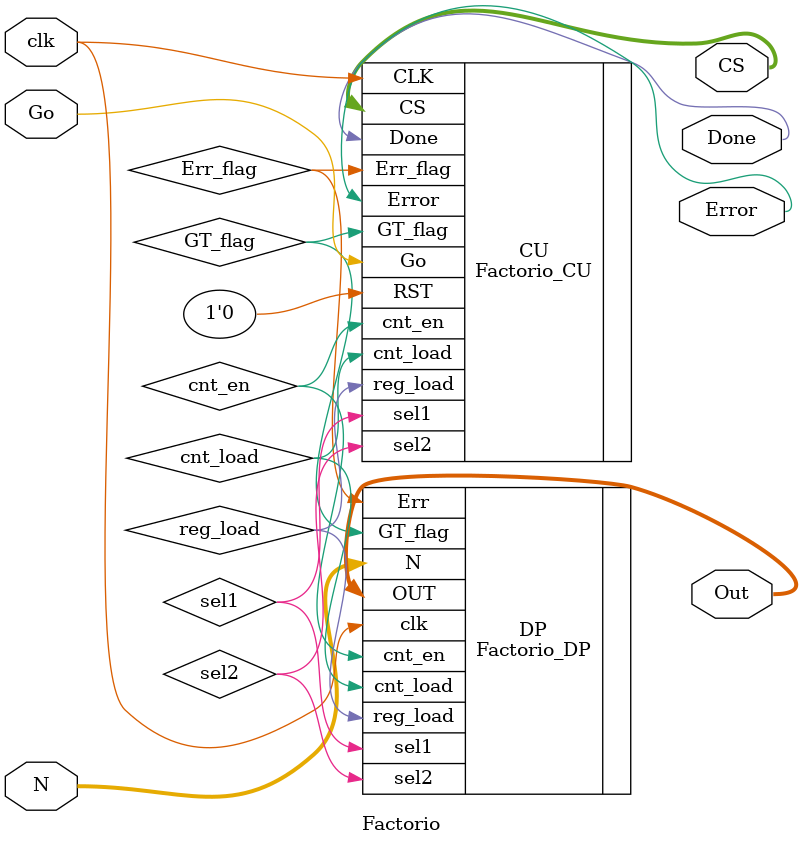
<source format=v>

`timescale 1ns / 1ps
module Factorio(
input  Go,clk,
input  [3:0] N,
output [31:0] Out,
output Done,Error,
output [2:0] CS);
wire sel1, sel2, reg_load, cnt_load, cnt_en, GT_flag;
wire Err_flag;
Factorio_DP DP(.N(N),.OUT(Out), .clk(clk), 
              .sel1(sel1), .sel2(sel2), 
              .reg_load(reg_load), 
              .cnt_load(cnt_load), .cnt_en(cnt_en),
              .GT_flag(GT_flag),.Err(Err_flag));
Factorio_CU CU(.Go(Go),.Err_flag(Err_flag), .GT_flag(GT_flag), .CLK(clk), .RST(1'b0),
              .sel1(sel1), .sel2(sel2), 
              .reg_load(reg_load), 
              .cnt_load(cnt_load), .cnt_en(cnt_en),
              .Done(Done),.Error(Error),.CS(CS) );
endmodule


</source>
